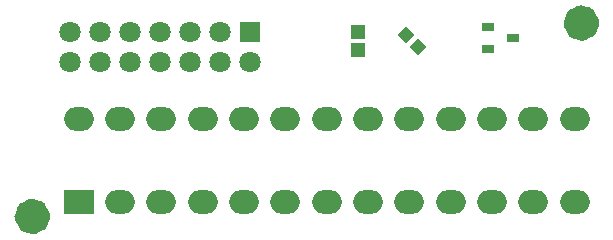
<source format=gts>
G04 Layer_Color=8388736*
%FSLAX44Y44*%
%MOMM*%
G71*
G01*
G75*
%ADD20C,2.0000*%
%ADD21R,1.1532X1.1532*%
%ADD22P,1.4187X4X90.0*%
%ADD23R,1.0532X0.8032*%
%ADD24C,1.1000*%
%ADD25R,2.5032X2.0032*%
%ADD26O,2.5032X2.0032*%
%ADD27C,1.8032*%
%ADD28R,1.8032X1.8032*%
D20*
X987980Y681990D02*
G03*
X987980Y681990I-5000J0D01*
G01*
X523160Y518160D02*
G03*
X523160Y518160I-5000J0D01*
G01*
D21*
X793750Y674000D02*
D03*
Y659500D02*
D03*
D22*
X834167Y672053D02*
D03*
X844773Y661447D02*
D03*
D23*
X903650Y678790D02*
D03*
Y659790D02*
D03*
X925150Y669290D02*
D03*
D24*
X982980Y681990D02*
D03*
X518160Y518160D02*
D03*
D25*
X557380Y530860D02*
D03*
D26*
Y600860D02*
D03*
X592380D02*
D03*
Y530860D02*
D03*
X627380Y600860D02*
D03*
Y530860D02*
D03*
X662380Y600860D02*
D03*
Y530860D02*
D03*
X697380Y600860D02*
D03*
Y530860D02*
D03*
X872380D02*
D03*
Y600860D02*
D03*
X837380Y530860D02*
D03*
Y600860D02*
D03*
X802380Y530860D02*
D03*
Y600860D02*
D03*
X767380Y530860D02*
D03*
Y600860D02*
D03*
X732380D02*
D03*
Y530860D02*
D03*
X907380Y600860D02*
D03*
Y530860D02*
D03*
X942380Y530860D02*
D03*
Y600860D02*
D03*
X977380Y530860D02*
D03*
Y600860D02*
D03*
D27*
X549910Y674370D02*
D03*
X575310D02*
D03*
X600710D02*
D03*
X626110D02*
D03*
X651510D02*
D03*
X676910D02*
D03*
X549910Y648970D02*
D03*
X575310D02*
D03*
X600710D02*
D03*
X626110D02*
D03*
X651510D02*
D03*
X676910D02*
D03*
X702310D02*
D03*
D28*
Y674370D02*
D03*
M02*

</source>
